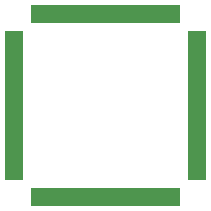
<source format=gbs>
G04 (created by PCBNEW-RS274X (2012-01-19 BZR 3256)-stable) date 21/01/2013 18:38:03*
G01*
G70*
G90*
%MOIN*%
G04 Gerber Fmt 3.4, Leading zero omitted, Abs format*
%FSLAX34Y34*%
G04 APERTURE LIST*
%ADD10C,0.006000*%
%ADD11R,0.030000X0.060000*%
%ADD12R,0.060000X0.030000*%
G04 APERTURE END LIST*
G54D10*
G54D11*
X56360Y-47950D03*
X51640Y-47950D03*
X51840Y-47950D03*
X52030Y-47950D03*
X52230Y-47950D03*
X52430Y-47950D03*
X52620Y-47950D03*
X52820Y-47950D03*
X53020Y-47950D03*
X53210Y-47950D03*
X53410Y-47950D03*
X53610Y-47950D03*
X53810Y-47950D03*
X54000Y-47950D03*
X54200Y-47950D03*
X54400Y-47950D03*
X54590Y-47950D03*
X54790Y-47950D03*
X54990Y-47950D03*
X55180Y-47950D03*
X55380Y-47950D03*
X55580Y-47950D03*
X55770Y-47950D03*
X55970Y-47950D03*
X56170Y-47950D03*
G54D12*
X50950Y-48640D03*
X50950Y-53360D03*
X50950Y-53160D03*
X50950Y-52970D03*
X50950Y-52770D03*
X50950Y-52570D03*
X50950Y-52380D03*
X50950Y-52180D03*
X50950Y-51980D03*
X50950Y-51790D03*
X50950Y-51590D03*
X50950Y-51390D03*
X50950Y-51190D03*
X50950Y-51000D03*
X50950Y-50800D03*
X50950Y-50600D03*
X50950Y-50410D03*
X50950Y-50210D03*
X50950Y-50010D03*
X50950Y-49820D03*
X50950Y-49620D03*
X50950Y-49420D03*
X50950Y-49230D03*
X50950Y-49030D03*
X50950Y-48830D03*
X57050Y-48640D03*
X57050Y-48840D03*
X57050Y-49030D03*
X57050Y-49230D03*
X57050Y-49430D03*
X57050Y-49620D03*
X57050Y-49820D03*
X57050Y-50020D03*
X57050Y-50210D03*
X57050Y-50410D03*
X57050Y-50610D03*
X57050Y-50810D03*
X57050Y-51000D03*
X57050Y-51200D03*
X57050Y-51400D03*
X57050Y-51590D03*
X57050Y-51790D03*
X57050Y-51990D03*
X57050Y-52180D03*
X57050Y-52380D03*
X57050Y-52580D03*
X57050Y-52770D03*
X57050Y-52970D03*
X57050Y-53170D03*
X57050Y-53360D03*
G54D11*
X56360Y-54050D03*
X56160Y-54050D03*
X55970Y-54050D03*
X55770Y-54050D03*
X55570Y-54050D03*
X55380Y-54050D03*
X55180Y-54050D03*
X54980Y-54050D03*
X54790Y-54050D03*
X54590Y-54050D03*
X54390Y-54050D03*
X54190Y-54050D03*
X54000Y-54050D03*
X53800Y-54050D03*
X53600Y-54050D03*
X53410Y-54050D03*
X53210Y-54050D03*
X53010Y-54050D03*
X52820Y-54050D03*
X52620Y-54050D03*
X52420Y-54050D03*
X52230Y-54050D03*
X52030Y-54050D03*
X51830Y-54050D03*
X51640Y-54050D03*
M02*

</source>
